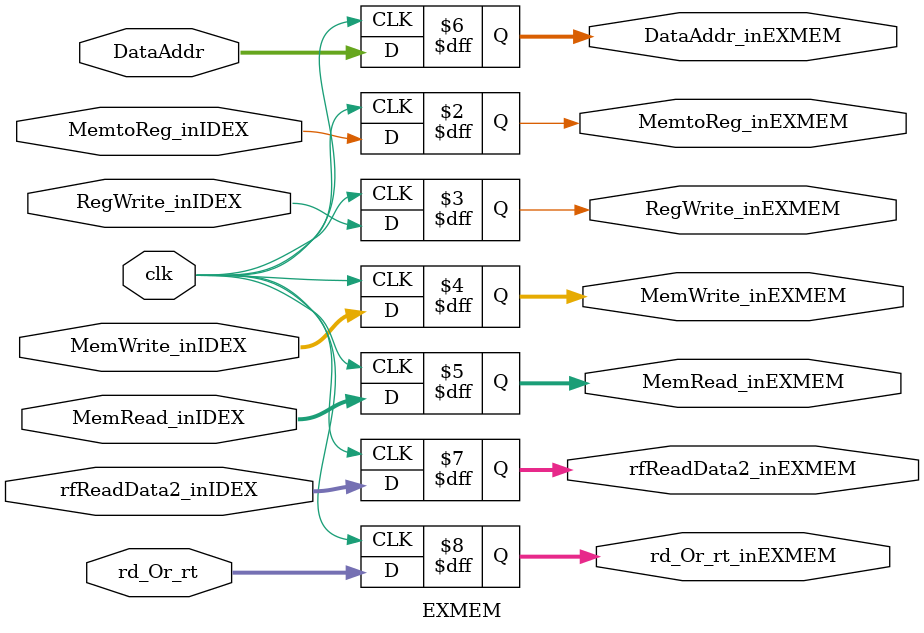
<source format=v>
`timescale 1ns / 1ps


module EXMEM(clk,MemtoReg_inIDEX,RegWrite_inIDEX,MemWrite_inIDEX,MemRead_inIDEX,
            DataAddr,rfReadData2_inIDEX,rd_Or_rt,
            MemtoReg_inEXMEM,RegWrite_inEXMEM,MemWrite_inEXMEM,MemRead_inEXMEM,
            DataAddr_inEXMEM,rfReadData2_inEXMEM,rd_Or_rt_inEXMEM
            );
    input clk;
    input MemtoReg_inIDEX;
    input RegWrite_inIDEX;
    input [1:0] MemWrite_inIDEX;
    input [2:0] MemRead_inIDEX;
    input [31:0] DataAddr;
    input [31:0] rfReadData2_inIDEX;
    input [4:0] rd_Or_rt;

    output reg MemtoReg_inEXMEM;
    output reg RegWrite_inEXMEM;
    output reg [1:0] MemWrite_inEXMEM;
    output reg [2:0] MemRead_inEXMEM;
    output reg [31:0] DataAddr_inEXMEM;
    output reg [31:0] rfReadData2_inEXMEM;
    output reg [4:0] rd_Or_rt_inEXMEM;
 
    always @(posedge clk) begin
        MemtoReg_inEXMEM = MemtoReg_inIDEX;
        RegWrite_inEXMEM = RegWrite_inIDEX;
        MemWrite_inEXMEM = MemWrite_inIDEX;
        MemRead_inEXMEM = MemRead_inIDEX;
        DataAddr_inEXMEM = DataAddr;
        rfReadData2_inEXMEM = rfReadData2_inIDEX;
        rd_Or_rt_inEXMEM = rd_Or_rt;
    end
endmodule

</source>
